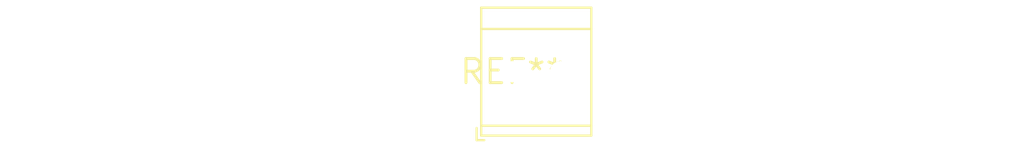
<source format=kicad_pcb>
(kicad_pcb (version 20240108) (generator pcbnew)
  (layers (0 "F.Cu" signal) (31 "B.Cu" signal) (34 "B.Paste" user) (35 "F.Paste" user) (36 "B.SilkS" user "B.Silkscreen") (37 "F.SilkS" user "F.Silkscreen") (38 "B.Mask" user) (39 "F.Mask" user) (44 "Edge.Cuts" user))
  (net 0 "")
  (footprint "TerminalBlock_TE_282834-2_1x02_P2.54mm_Horizontal" (layer "F.Cu") (at 0 0)
    (property "Reference" "REF**")
    (property "Value" "TerminalBlock_TE_282834-2_1x02_P2.54mm_Horizontal")
    (fp_line (start -1.86 2.97) (end -1.86 3.61) (layer "F.SilkS") (stroke (width 0.12)))
    (fp_line (start -1.86 3.61) (end -1.46 3.61) (layer "F.SilkS") (stroke (width 0.12)))
    (fp_line (start -1.62 -3.37) (end -1.62 3.37) (layer "F.SilkS") (stroke (width 0.12)))
    (fp_line (start -1.62 -3.37) (end 4.16 -3.37) (layer "F.SilkS") (stroke (width 0.12)))
    (fp_line (start -1.62 -2.25) (end 4.16 -2.25) (layer "F.SilkS") (stroke (width 0.12)))
    (fp_line (start -1.62 2.85) (end 4.16 2.85) (layer "F.SilkS") (stroke (width 0.12)))
    (fp_line (start -1.62 3.37) (end 4.16 3.37) (layer "F.SilkS") (stroke (width 0.12)))
    (fp_line (start 4.16 -3.37) (end 4.16 3.37) (layer "F.SilkS") (stroke (width 0.12)))
    (pad "1" thru_hole rect (at 0 0) (size 2.1 2.1) (drill 1.1) (layers *.Cu *.Mask) (remove_unused_layers))
    (pad "2" thru_hole circle (at 2.54 0) (size 2.1 2.1) (drill 1.1) (layers *.Cu *.Mask) (remove_unused_layers))
  )
)
</source>
